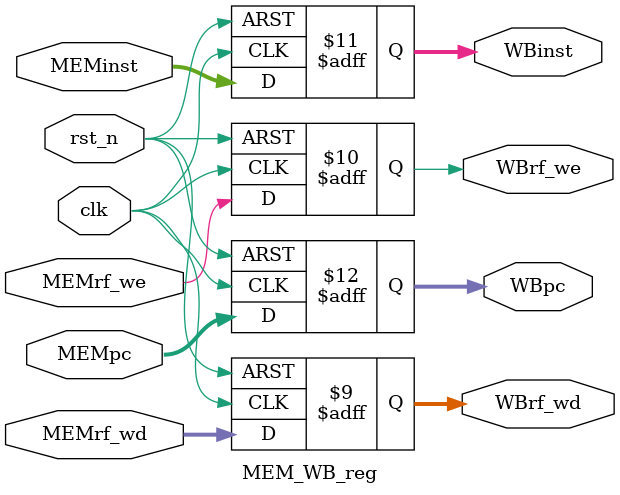
<source format=v>
module MEM_WB_reg(
    input wire clk,
    input wire rst_n,
    
    input wire[31:0]MEMpc,
    input wire[31:0]MEMinst,
    
    input wire MEMrf_we,
    input wire[31:0]MEMrf_wd,
    
    output reg[31:0]WBpc,
    output reg[31:0]WBinst,
    
    output reg WBrf_we,
    output reg[31:0]WBrf_wd
    );
    
    always@(posedge clk or negedge rst_n)begin
        if(!rst_n)  WBpc <= 32'b0;
        else        WBpc <= MEMpc;
    end
    
    always@(posedge clk or negedge rst_n)begin
        if(!rst_n)  WBinst <= 32'b0;
        else        WBinst <= MEMinst;
    end
    
    always@(posedge clk or negedge rst_n)begin
        if(!rst_n)  WBrf_we <= 1'b0;
        else        WBrf_we <= MEMrf_we;
    end
    
    always@(posedge clk or negedge rst_n)begin
        if(!rst_n)  WBrf_wd <= 32'b0;
        else        WBrf_wd <= MEMrf_wd;
    end
    
endmodule

</source>
